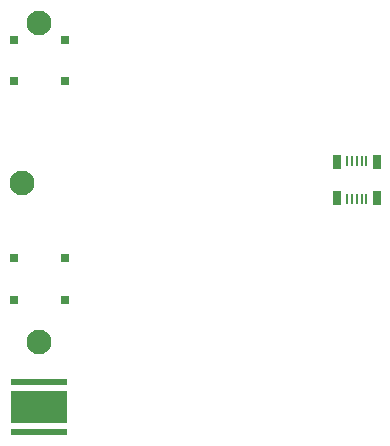
<source format=gbr>
%TF.GenerationSoftware,KiCad,Pcbnew,(5.99.0-2309-gaf729d578)*%
%TF.CreationDate,2020-09-01T21:34:42-04:00*%
%TF.ProjectId,flex,666c6578-2e6b-4696-9361-645f70636258,rev?*%
%TF.SameCoordinates,Original*%
%TF.FileFunction,Soldermask,Bot*%
%TF.FilePolarity,Negative*%
%FSLAX46Y46*%
G04 Gerber Fmt 4.6, Leading zero omitted, Abs format (unit mm)*
G04 Created by KiCad (PCBNEW (5.99.0-2309-gaf729d578)) date 2020-09-01 21:34:42*
%MOMM*%
%LPD*%
G01*
G04 APERTURE LIST*
%ADD10C,2.100000*%
%ADD11R,0.750000X0.700000*%
%ADD12R,0.700000X1.200000*%
%ADD13R,0.230000X0.920000*%
%ADD14R,4.780000X2.780000*%
%ADD15R,4.780000X0.500000*%
G04 APERTURE END LIST*
D10*
%TO.C,REF\u002A\u002A*%
X254750000Y-41750000D03*
%TD*%
%TO.C,REF\u002A\u002A*%
X253250000Y-28250000D03*
%TD*%
%TO.C,REF\u002A\u002A*%
X254750000Y-14750000D03*
%TD*%
D11*
%TO.C,SW2*%
X252625000Y-38150000D03*
X256875000Y-38150000D03*
X252625000Y-34650000D03*
X256875000Y-34650000D03*
%TD*%
%TO.C,SW1*%
X252625000Y-19650000D03*
X256875000Y-19650000D03*
X252625000Y-16150000D03*
X256875000Y-16150000D03*
%TD*%
D12*
%TO.C,P1*%
X283320000Y-29511316D03*
X283320000Y-26511316D03*
X279920000Y-26511316D03*
X279920000Y-29511316D03*
D13*
X282420000Y-26371316D03*
X280820000Y-26371316D03*
X282020000Y-26371316D03*
X281220000Y-26371316D03*
X281620000Y-26371316D03*
X282420000Y-29651316D03*
X280820000Y-29651316D03*
X282020000Y-29651316D03*
X281220000Y-29651316D03*
X281620000Y-29651316D03*
%TD*%
D14*
%TO.C,D1*%
X254750000Y-47250000D03*
D15*
X254750000Y-49390000D03*
X254750000Y-45110000D03*
%TD*%
M02*

</source>
